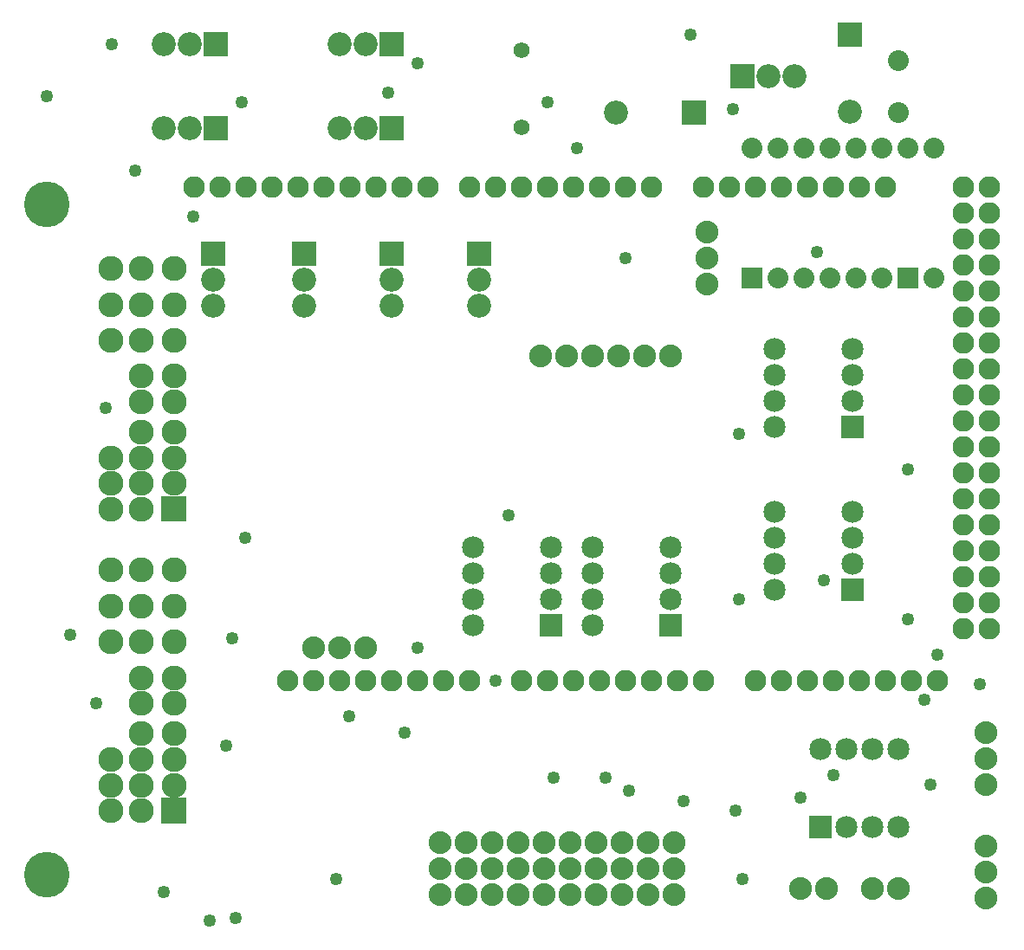
<source format=gbs>
G04 MADE WITH FRITZING*
G04 WWW.FRITZING.ORG*
G04 DOUBLE SIDED*
G04 HOLES PLATED*
G04 CONTOUR ON CENTER OF CONTOUR VECTOR*
%ASAXBY*%
%FSLAX23Y23*%
%MOIN*%
%OFA0B0*%
%SFA1.0B1.0*%
%ADD10C,0.088000*%
%ADD11C,0.049370*%
%ADD12C,0.085000*%
%ADD13C,0.092000*%
%ADD14C,0.080000*%
%ADD15C,0.096603*%
%ADD16C,0.175354*%
%ADD17C,0.082917*%
%ADD18C,0.061496*%
%ADD19R,0.085000X0.085000*%
%ADD20R,0.092000X0.092000*%
%ADD21R,0.080000X0.080000*%
%ADD22R,0.001000X0.001000*%
%LNMASK0*%
G90*
G70*
G54D10*
X2542Y2374D03*
X2442Y2374D03*
X2342Y2374D03*
X2242Y2374D03*
X2142Y2374D03*
X2042Y2374D03*
G54D11*
X1917Y1761D03*
X2805Y1436D03*
G54D12*
X2080Y1336D03*
X1780Y1336D03*
X2080Y1436D03*
X1780Y1436D03*
X2080Y1536D03*
X1780Y1536D03*
X2080Y1636D03*
X1780Y1636D03*
X2542Y1336D03*
X2242Y1336D03*
X2542Y1436D03*
X2242Y1436D03*
X2542Y1536D03*
X2242Y1536D03*
X2542Y1636D03*
X2242Y1636D03*
G54D13*
X2817Y3449D03*
X2917Y3449D03*
X3017Y3449D03*
G54D11*
X2780Y3324D03*
X2617Y3611D03*
G54D12*
X3242Y1474D03*
X2942Y1474D03*
X3242Y1574D03*
X2942Y1574D03*
X3242Y1674D03*
X2942Y1674D03*
X3242Y1774D03*
X2942Y1774D03*
X3242Y2099D03*
X2942Y2099D03*
X3242Y2199D03*
X2942Y2199D03*
X3242Y2299D03*
X2942Y2299D03*
X3242Y2399D03*
X2942Y2399D03*
G54D14*
X3417Y3511D03*
X3417Y3311D03*
G54D10*
X2455Y299D03*
X2355Y299D03*
X2255Y299D03*
X2155Y299D03*
X2055Y299D03*
X1955Y299D03*
X1855Y299D03*
X1755Y299D03*
X2455Y399D03*
X2355Y399D03*
X2255Y399D03*
X2155Y399D03*
X2055Y399D03*
X1955Y399D03*
X1855Y399D03*
X1755Y399D03*
X2455Y499D03*
X2355Y499D03*
X2255Y499D03*
X2155Y499D03*
X2055Y499D03*
X1955Y499D03*
X1855Y499D03*
X1755Y499D03*
X1655Y499D03*
X1655Y399D03*
X1655Y299D03*
X2555Y499D03*
X2555Y399D03*
X2555Y299D03*
G54D11*
X855Y1286D03*
X767Y199D03*
X867Y211D03*
X2817Y361D03*
X367Y2174D03*
X230Y1299D03*
X830Y874D03*
X3730Y1111D03*
X3167Y761D03*
X3455Y1361D03*
X592Y311D03*
X1255Y361D03*
X3455Y1936D03*
X1867Y1124D03*
X2067Y3349D03*
X2180Y3174D03*
X1567Y1249D03*
X1305Y986D03*
X1517Y924D03*
X2092Y749D03*
X2792Y624D03*
X330Y1036D03*
X3105Y2774D03*
X905Y1674D03*
X480Y3086D03*
X2380Y699D03*
X2592Y661D03*
G54D15*
X630Y2572D03*
X630Y2434D03*
X630Y2297D03*
X630Y2198D03*
X630Y2080D03*
X630Y1982D03*
X630Y1883D03*
X630Y1785D03*
X630Y1411D03*
X630Y1273D03*
X630Y1135D03*
X630Y1037D03*
X630Y919D03*
X630Y820D03*
X630Y722D03*
X630Y623D03*
X504Y2710D03*
X504Y2572D03*
X504Y2434D03*
X504Y2297D03*
X504Y2198D03*
X504Y2080D03*
X504Y1982D03*
X504Y1883D03*
X504Y1785D03*
X504Y1549D03*
X504Y1411D03*
X504Y1273D03*
X504Y1135D03*
X504Y1037D03*
X504Y919D03*
X504Y820D03*
X504Y722D03*
X504Y623D03*
X386Y2710D03*
X386Y2572D03*
X386Y2434D03*
X386Y1982D03*
X386Y1883D03*
X386Y1785D03*
X386Y1549D03*
X386Y1411D03*
X386Y1273D03*
X386Y820D03*
X386Y722D03*
X386Y623D03*
X630Y1549D03*
X630Y2710D03*
G54D16*
X142Y2958D03*
X142Y376D03*
G54D15*
X630Y2572D03*
X630Y2434D03*
X630Y2297D03*
X630Y2198D03*
X630Y2080D03*
X630Y1982D03*
X630Y1883D03*
X630Y1785D03*
X630Y1411D03*
X630Y1273D03*
X630Y1135D03*
X630Y1037D03*
X630Y919D03*
X630Y820D03*
X630Y722D03*
X630Y623D03*
X504Y2710D03*
X504Y2572D03*
X504Y2434D03*
X504Y2297D03*
X504Y2198D03*
X504Y2080D03*
X504Y1982D03*
X504Y1883D03*
X504Y1785D03*
X504Y1549D03*
X504Y1411D03*
X504Y1273D03*
X504Y1135D03*
X504Y1037D03*
X504Y919D03*
X504Y820D03*
X504Y722D03*
X504Y623D03*
X386Y2710D03*
X386Y2572D03*
X386Y2434D03*
X386Y1982D03*
X386Y1883D03*
X386Y1785D03*
X386Y1549D03*
X386Y1411D03*
X386Y1273D03*
X386Y820D03*
X386Y722D03*
X386Y623D03*
X630Y1549D03*
X630Y2710D03*
G54D16*
X142Y2958D03*
X142Y376D03*
G54D11*
X3042Y674D03*
X3567Y1224D03*
X2805Y2074D03*
X1567Y3499D03*
X3542Y724D03*
X3517Y1049D03*
X2367Y2749D03*
X1455Y3386D03*
X392Y3574D03*
X2292Y749D03*
X892Y3349D03*
X705Y2911D03*
G54D14*
X3555Y3174D03*
X3555Y2674D03*
X3455Y3174D03*
X3455Y2674D03*
X3355Y3174D03*
X3355Y2674D03*
X3255Y3174D03*
X3255Y2674D03*
X3155Y3174D03*
X3155Y2674D03*
X3055Y3174D03*
X3055Y2674D03*
X2955Y3174D03*
X2955Y2674D03*
X2855Y3174D03*
X2855Y2674D03*
G54D11*
X142Y3374D03*
G54D10*
X1367Y1249D03*
X1267Y1249D03*
X1167Y1249D03*
G54D11*
X3130Y1511D03*
G54D12*
X3117Y561D03*
X3117Y861D03*
X3217Y561D03*
X3217Y861D03*
X3317Y561D03*
X3317Y861D03*
X3417Y561D03*
X3417Y861D03*
G54D17*
X2967Y1124D03*
X1367Y1124D03*
X3067Y1124D03*
X3167Y1124D03*
X3267Y1124D03*
X3367Y1124D03*
X3667Y2524D03*
X3467Y1124D03*
X3567Y1124D03*
X1407Y3024D03*
X1967Y1124D03*
X2067Y1124D03*
X2167Y1124D03*
X2267Y1124D03*
X3667Y1724D03*
X2367Y1124D03*
X2467Y1124D03*
X2567Y1124D03*
X2667Y1124D03*
X2167Y3024D03*
X3667Y2924D03*
X3667Y2124D03*
X3667Y1324D03*
X1007Y3024D03*
X1767Y1124D03*
X1767Y3024D03*
X3667Y2724D03*
X3667Y2324D03*
X3667Y1924D03*
X3367Y3024D03*
X3667Y1524D03*
X3267Y3024D03*
X3167Y3024D03*
X3067Y3024D03*
X2967Y3024D03*
X2867Y3024D03*
X2767Y3024D03*
X2667Y3024D03*
X807Y3024D03*
X1207Y3024D03*
X1607Y3024D03*
X1167Y1124D03*
X1567Y1124D03*
X2367Y3024D03*
X1967Y3024D03*
X3667Y3024D03*
X3667Y2824D03*
X3667Y2624D03*
X3667Y2424D03*
X3667Y2224D03*
X3667Y2024D03*
X3667Y1824D03*
X3667Y1624D03*
X3667Y1424D03*
X707Y3024D03*
X907Y3024D03*
X1107Y3024D03*
X1307Y3024D03*
X1507Y3024D03*
X1067Y1124D03*
X1267Y1124D03*
X1467Y1124D03*
X1667Y1124D03*
X2467Y3024D03*
X2267Y3024D03*
X2067Y3024D03*
X1867Y3024D03*
X3767Y3024D03*
X3767Y2924D03*
X3767Y2824D03*
X3767Y2724D03*
X3767Y2624D03*
X3767Y2524D03*
X3767Y2424D03*
X3767Y2324D03*
X3767Y2224D03*
X3767Y2124D03*
X3767Y2024D03*
X3767Y1924D03*
X3767Y1824D03*
X3767Y1724D03*
X3767Y1624D03*
X3767Y1524D03*
X3767Y1424D03*
X3767Y1324D03*
X2867Y1124D03*
G54D13*
X1130Y2767D03*
X1130Y2667D03*
X1130Y2567D03*
X1805Y2767D03*
X1805Y2667D03*
X1805Y2567D03*
X1467Y2767D03*
X1467Y2667D03*
X1467Y2567D03*
X780Y2767D03*
X780Y2667D03*
X780Y2567D03*
G54D10*
X3755Y286D03*
X3755Y386D03*
X3755Y486D03*
X3755Y924D03*
X3755Y824D03*
X3755Y724D03*
X2680Y2849D03*
X2680Y2749D03*
X2680Y2649D03*
X3042Y324D03*
X3142Y324D03*
X3417Y324D03*
X3317Y324D03*
G54D13*
X3230Y3611D03*
X3230Y3313D03*
X2630Y3311D03*
X2332Y3311D03*
G54D18*
X1967Y3253D03*
X1967Y3549D03*
G54D13*
X792Y3249D03*
X692Y3249D03*
X592Y3249D03*
X1467Y3574D03*
X1367Y3574D03*
X1267Y3574D03*
X792Y3574D03*
X692Y3574D03*
X592Y3574D03*
X1467Y3249D03*
X1367Y3249D03*
X1267Y3249D03*
G54D19*
X2080Y1336D03*
X2542Y1336D03*
G54D20*
X2817Y3449D03*
G54D19*
X3242Y1474D03*
X3242Y2099D03*
G54D21*
X2855Y2674D03*
X3455Y2674D03*
G54D19*
X3117Y561D03*
G54D20*
X1130Y2767D03*
X1805Y2767D03*
X1467Y2767D03*
X780Y2767D03*
X3230Y3612D03*
X2631Y3311D03*
X792Y3249D03*
X1467Y3574D03*
X792Y3574D03*
X1467Y3249D03*
G54D22*
X582Y1833D02*
X677Y1833D01*
X582Y1832D02*
X677Y1832D01*
X582Y1831D02*
X677Y1831D01*
X582Y1830D02*
X677Y1830D01*
X582Y1829D02*
X677Y1829D01*
X582Y1828D02*
X677Y1828D01*
X582Y1827D02*
X677Y1827D01*
X582Y1826D02*
X677Y1826D01*
X582Y1825D02*
X677Y1825D01*
X582Y1824D02*
X677Y1824D01*
X582Y1823D02*
X677Y1823D01*
X582Y1822D02*
X677Y1822D01*
X582Y1821D02*
X677Y1821D01*
X582Y1820D02*
X677Y1820D01*
X582Y1819D02*
X677Y1819D01*
X582Y1818D02*
X677Y1818D01*
X582Y1817D02*
X677Y1817D01*
X582Y1816D02*
X677Y1816D01*
X582Y1815D02*
X677Y1815D01*
X582Y1814D02*
X677Y1814D01*
X582Y1813D02*
X677Y1813D01*
X582Y1812D02*
X677Y1812D01*
X582Y1811D02*
X677Y1811D01*
X582Y1810D02*
X677Y1810D01*
X582Y1809D02*
X677Y1809D01*
X582Y1808D02*
X677Y1808D01*
X582Y1807D02*
X677Y1807D01*
X582Y1806D02*
X677Y1806D01*
X582Y1805D02*
X677Y1805D01*
X582Y1804D02*
X677Y1804D01*
X582Y1803D02*
X624Y1803D01*
X634Y1803D02*
X677Y1803D01*
X582Y1802D02*
X621Y1802D01*
X637Y1802D02*
X677Y1802D01*
X582Y1801D02*
X620Y1801D01*
X639Y1801D02*
X677Y1801D01*
X582Y1800D02*
X618Y1800D01*
X641Y1800D02*
X677Y1800D01*
X582Y1799D02*
X617Y1799D01*
X642Y1799D02*
X677Y1799D01*
X582Y1798D02*
X616Y1798D01*
X643Y1798D02*
X677Y1798D01*
X582Y1797D02*
X615Y1797D01*
X644Y1797D02*
X677Y1797D01*
X582Y1796D02*
X614Y1796D01*
X645Y1796D02*
X677Y1796D01*
X582Y1795D02*
X613Y1795D01*
X645Y1795D02*
X677Y1795D01*
X582Y1794D02*
X613Y1794D01*
X646Y1794D02*
X677Y1794D01*
X582Y1793D02*
X612Y1793D01*
X646Y1793D02*
X677Y1793D01*
X582Y1792D02*
X612Y1792D01*
X647Y1792D02*
X677Y1792D01*
X582Y1791D02*
X611Y1791D01*
X647Y1791D02*
X677Y1791D01*
X582Y1790D02*
X611Y1790D01*
X647Y1790D02*
X677Y1790D01*
X582Y1789D02*
X611Y1789D01*
X648Y1789D02*
X677Y1789D01*
X582Y1788D02*
X611Y1788D01*
X648Y1788D02*
X677Y1788D01*
X582Y1787D02*
X611Y1787D01*
X648Y1787D02*
X677Y1787D01*
X582Y1786D02*
X611Y1786D01*
X648Y1786D02*
X677Y1786D01*
X582Y1785D02*
X611Y1785D01*
X648Y1785D02*
X677Y1785D01*
X582Y1784D02*
X611Y1784D01*
X648Y1784D02*
X677Y1784D01*
X582Y1783D02*
X611Y1783D01*
X648Y1783D02*
X677Y1783D01*
X582Y1782D02*
X611Y1782D01*
X648Y1782D02*
X677Y1782D01*
X582Y1781D02*
X611Y1781D01*
X648Y1781D02*
X677Y1781D01*
X582Y1780D02*
X611Y1780D01*
X647Y1780D02*
X677Y1780D01*
X582Y1779D02*
X612Y1779D01*
X647Y1779D02*
X677Y1779D01*
X582Y1778D02*
X612Y1778D01*
X647Y1778D02*
X677Y1778D01*
X582Y1777D02*
X613Y1777D01*
X646Y1777D02*
X677Y1777D01*
X582Y1776D02*
X613Y1776D01*
X646Y1776D02*
X677Y1776D01*
X582Y1775D02*
X614Y1775D01*
X645Y1775D02*
X677Y1775D01*
X582Y1774D02*
X615Y1774D01*
X644Y1774D02*
X677Y1774D01*
X582Y1773D02*
X615Y1773D01*
X643Y1773D02*
X677Y1773D01*
X582Y1772D02*
X616Y1772D01*
X642Y1772D02*
X677Y1772D01*
X582Y1771D02*
X618Y1771D01*
X641Y1771D02*
X677Y1771D01*
X582Y1770D02*
X619Y1770D01*
X640Y1770D02*
X677Y1770D01*
X582Y1769D02*
X621Y1769D01*
X638Y1769D02*
X677Y1769D01*
X582Y1768D02*
X623Y1768D01*
X636Y1768D02*
X677Y1768D01*
X582Y1767D02*
X677Y1767D01*
X582Y1766D02*
X677Y1766D01*
X582Y1765D02*
X677Y1765D01*
X582Y1764D02*
X677Y1764D01*
X582Y1763D02*
X677Y1763D01*
X582Y1762D02*
X677Y1762D01*
X582Y1761D02*
X677Y1761D01*
X582Y1760D02*
X677Y1760D01*
X582Y1759D02*
X677Y1759D01*
X582Y1758D02*
X677Y1758D01*
X582Y1757D02*
X677Y1757D01*
X582Y1756D02*
X677Y1756D01*
X582Y1755D02*
X677Y1755D01*
X582Y1754D02*
X677Y1754D01*
X582Y1753D02*
X677Y1753D01*
X582Y1752D02*
X677Y1752D01*
X582Y1751D02*
X677Y1751D01*
X582Y1750D02*
X677Y1750D01*
X582Y1749D02*
X677Y1749D01*
X582Y1748D02*
X677Y1748D01*
X582Y1747D02*
X677Y1747D01*
X582Y1746D02*
X677Y1746D01*
X582Y1745D02*
X677Y1745D01*
X582Y1744D02*
X677Y1744D01*
X582Y1743D02*
X677Y1743D01*
X582Y1742D02*
X677Y1742D01*
X582Y1741D02*
X677Y1741D01*
X582Y1740D02*
X677Y1740D01*
X582Y1739D02*
X677Y1739D01*
X582Y1738D02*
X677Y1738D01*
X582Y1737D02*
X677Y1737D01*
X582Y672D02*
X677Y672D01*
X582Y671D02*
X677Y671D01*
X582Y670D02*
X677Y670D01*
X582Y669D02*
X677Y669D01*
X582Y668D02*
X677Y668D01*
X582Y667D02*
X677Y667D01*
X582Y666D02*
X677Y666D01*
X582Y665D02*
X677Y665D01*
X582Y664D02*
X677Y664D01*
X582Y663D02*
X677Y663D01*
X582Y662D02*
X677Y662D01*
X582Y661D02*
X677Y661D01*
X582Y660D02*
X677Y660D01*
X582Y659D02*
X677Y659D01*
X582Y658D02*
X677Y658D01*
X582Y657D02*
X677Y657D01*
X582Y656D02*
X677Y656D01*
X582Y655D02*
X677Y655D01*
X582Y654D02*
X677Y654D01*
X582Y653D02*
X677Y653D01*
X582Y652D02*
X677Y652D01*
X582Y651D02*
X677Y651D01*
X582Y650D02*
X677Y650D01*
X582Y649D02*
X677Y649D01*
X582Y648D02*
X677Y648D01*
X582Y647D02*
X677Y647D01*
X582Y646D02*
X677Y646D01*
X582Y645D02*
X677Y645D01*
X582Y644D02*
X677Y644D01*
X582Y643D02*
X677Y643D01*
X582Y642D02*
X626Y642D01*
X632Y642D02*
X677Y642D01*
X582Y641D02*
X622Y641D01*
X637Y641D02*
X677Y641D01*
X582Y640D02*
X620Y640D01*
X639Y640D02*
X677Y640D01*
X582Y639D02*
X618Y639D01*
X640Y639D02*
X677Y639D01*
X582Y638D02*
X617Y638D01*
X641Y638D02*
X677Y638D01*
X582Y637D02*
X616Y637D01*
X643Y637D02*
X677Y637D01*
X582Y636D02*
X615Y636D01*
X643Y636D02*
X677Y636D01*
X582Y635D02*
X614Y635D01*
X644Y635D02*
X677Y635D01*
X582Y634D02*
X614Y634D01*
X645Y634D02*
X677Y634D01*
X582Y633D02*
X613Y633D01*
X646Y633D02*
X677Y633D01*
X582Y632D02*
X612Y632D01*
X646Y632D02*
X677Y632D01*
X582Y631D02*
X612Y631D01*
X647Y631D02*
X677Y631D01*
X582Y630D02*
X612Y630D01*
X647Y630D02*
X677Y630D01*
X582Y629D02*
X611Y629D01*
X647Y629D02*
X677Y629D01*
X582Y628D02*
X611Y628D01*
X648Y628D02*
X677Y628D01*
X582Y627D02*
X611Y627D01*
X648Y627D02*
X677Y627D01*
X582Y626D02*
X611Y626D01*
X648Y626D02*
X677Y626D01*
X582Y625D02*
X611Y625D01*
X648Y625D02*
X677Y625D01*
X582Y624D02*
X611Y624D01*
X648Y624D02*
X677Y624D01*
X582Y623D02*
X611Y623D01*
X648Y623D02*
X677Y623D01*
X582Y622D02*
X611Y622D01*
X648Y622D02*
X677Y622D01*
X582Y621D02*
X611Y621D01*
X648Y621D02*
X677Y621D01*
X582Y620D02*
X611Y620D01*
X648Y620D02*
X677Y620D01*
X582Y619D02*
X611Y619D01*
X647Y619D02*
X677Y619D01*
X582Y618D02*
X612Y618D01*
X647Y618D02*
X677Y618D01*
X582Y617D02*
X612Y617D01*
X647Y617D02*
X677Y617D01*
X582Y616D02*
X612Y616D01*
X646Y616D02*
X677Y616D01*
X582Y615D02*
X613Y615D01*
X646Y615D02*
X677Y615D01*
X582Y614D02*
X614Y614D01*
X645Y614D02*
X677Y614D01*
X582Y613D02*
X614Y613D01*
X644Y613D02*
X677Y613D01*
X582Y612D02*
X615Y612D01*
X644Y612D02*
X677Y612D01*
X582Y611D02*
X616Y611D01*
X643Y611D02*
X677Y611D01*
X582Y610D02*
X617Y610D01*
X641Y610D02*
X677Y610D01*
X582Y609D02*
X618Y609D01*
X640Y609D02*
X677Y609D01*
X582Y608D02*
X620Y608D01*
X639Y608D02*
X677Y608D01*
X582Y607D02*
X622Y607D01*
X637Y607D02*
X677Y607D01*
X582Y606D02*
X626Y606D01*
X633Y606D02*
X677Y606D01*
X582Y605D02*
X677Y605D01*
X582Y604D02*
X677Y604D01*
X582Y603D02*
X677Y603D01*
X582Y602D02*
X677Y602D01*
X582Y601D02*
X677Y601D01*
X582Y600D02*
X677Y600D01*
X582Y599D02*
X677Y599D01*
X582Y598D02*
X677Y598D01*
X582Y597D02*
X677Y597D01*
X582Y596D02*
X677Y596D01*
X582Y595D02*
X677Y595D01*
X582Y594D02*
X677Y594D01*
X582Y593D02*
X677Y593D01*
X582Y592D02*
X677Y592D01*
X582Y591D02*
X677Y591D01*
X582Y590D02*
X677Y590D01*
X582Y589D02*
X677Y589D01*
X582Y588D02*
X677Y588D01*
X582Y587D02*
X677Y587D01*
X582Y586D02*
X677Y586D01*
X582Y585D02*
X677Y585D01*
X582Y584D02*
X677Y584D01*
X582Y583D02*
X677Y583D01*
X582Y582D02*
X677Y582D01*
X582Y581D02*
X677Y581D01*
X582Y580D02*
X677Y580D01*
X582Y579D02*
X677Y579D01*
X582Y578D02*
X677Y578D01*
X582Y577D02*
X677Y577D01*
X582Y576D02*
X677Y576D01*
D02*
G04 End of Mask0*
M02*
</source>
